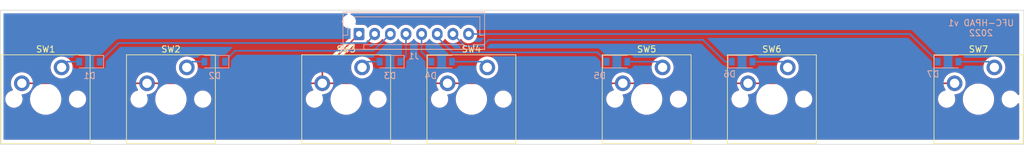
<source format=kicad_pcb>
(kicad_pcb (version 20211014) (generator pcbnew)
  (layers (0 "F.Cu" signal) (31 "B.Cu" signal) (34 "B.Paste" user) (35 "F.Paste" user) (36 "B.SilkS" user "B.Silkscreen") (37 "F.SilkS" user "F.Silkscreen") (38 "B.Mask" user) (39 "F.Mask" user) (44 "Edge.Cuts" user))
  (net 0 "")
  (net 1 "/ROW1")
  (net 2 "Net-(D1-Pad2)")
  (net 3 "/ROW2")
  (net 4 "Net-(D2-Pad2)")
  (net 5 "/ROW3")
  (net 6 "Net-(D3-Pad2)")
  (net 7 "/ROW4")
  (net 8 "Net-(D4-Pad2)")
  (net 9 "/ROW5")
  (net 10 "Net-(D5-Pad2)")
  (net 11 "/ROW6")
  (net 12 "Net-(D6-Pad2)")
  (net 13 "/ROW7")
  (net 14 "Net-(D7-Pad2)")
  (net 15 "/COL1")
  (footprint "Switch_Keyboard_Cherry_MX:SW_Cherry_MX_PCB" (layer "F.Cu") (at 249 80)
    (fp_text reference "SW7" (at 0 -8) (layer "F.SilkS"))
    (fp_text value "SW_Push")
    (fp_line (start 7.1 7.1) (end 7.1 -7.1) (layer "F.SilkS") (width 0.12))
    (fp_line (start 7.1 -7.1) (end -7.1 -7.1) (layer "F.SilkS") (width 0.12))
    (fp_line (start -7.1 -7.1) (end -7.1 7.1) (layer "F.SilkS") (width 0.12))
    (fp_line (start -7.1 7.1) (end 7.1 7.1) (layer "F.SilkS") (width 0.12))
    (pad "" np_thru_hole circle (at 0 0) (size 4 4) (drill 4) (layers *.Cu *.Mask))
    (pad "" np_thru_hole circle (at -5.08 0) (size 1.75 1.75) (drill 1.75) (layers *.Cu *.Mask))
    (pad "" np_thru_hole circle (at 5.08 0) (size 1.75 1.75) (drill 1.75) (layers *.Cu *.Mask))
    (pad "1" thru_hole circle (at -3.81 -2.54) (size 2.5 2.5) (drill 1.5) (layers *.Cu "B.Mask") (net 15 "/COL1"))
    (pad "2" thru_hole circle (at 2.54 -5.08) (size 2.5 2.5) (drill 1.5) (layers *.Cu "B.Mask") (net 14 "Net-(D7-Pad2)"))
  )
  (footprint "Switch_Keyboard_Cherry_MX:SW_Cherry_MX_PCB" (layer "F.Cu") (at 168 80)
    (fp_text reference "SW4" (at 0 -8) (layer "F.SilkS"))
    (fp_text value "SW_Push")
    (fp_line (start -7.1 7.1) (end 7.1 7.1) (layer "F.SilkS") (width 0.12))
    (fp_line (start -7.1 -7.1) (end -7.1 7.1) (layer "F.SilkS") (width 0.12))
    (fp_line (start 7.1 -7.1) (end -7.1 -7.1) (layer "F.SilkS") (width 0.12))
    (fp_line (start 7.1 7.1) (end 7.1 -7.1) (layer "F.SilkS") (width 0.12))
    (pad "" np_thru_hole circle (at 0 0) (size 4 4) (drill 4) (layers *.Cu *.Mask))
    (pad "" np_thru_hole circle (at 5.08 0) (size 1.75 1.75) (drill 1.75) (layers *.Cu *.Mask))
    (pad "" np_thru_hole circle (at -5.08 0) (size 1.75 1.75) (drill 1.75) (layers *.Cu *.Mask))
    (pad "1" thru_hole circle (at -3.81 -2.54) (size 2.5 2.5) (drill 1.5) (layers *.Cu "B.Mask") (net 15 "/COL1"))
    (pad "2" thru_hole circle (at 2.54 -5.08) (size 2.5 2.5) (drill 1.5) (layers *.Cu "B.Mask") (net 8 "Net-(D4-Pad2)"))
  )
  (footprint "Switch_Keyboard_Cherry_MX:SW_Cherry_MX_PCB" (layer "F.Cu") (at 196 80)
    (fp_text reference "SW5" (at 0 -8) (layer "F.SilkS"))
    (fp_text value "SW_Push")
    (fp_line (start 7.1 -7.1) (end -7.1 -7.1) (layer "F.SilkS") (width 0.12))
    (fp_line (start -7.1 7.1) (end 7.1 7.1) (layer "F.SilkS") (width 0.12))
    (fp_line (start -7.1 -7.1) (end -7.1 7.1) (layer "F.SilkS") (width 0.12))
    (fp_line (start 7.1 7.1) (end 7.1 -7.1) (layer "F.SilkS") (width 0.12))
    (pad "" np_thru_hole circle (at 0 0) (size 4 4) (drill 4) (layers *.Cu *.Mask))
    (pad "" np_thru_hole circle (at -5.08 0) (size 1.75 1.75) (drill 1.75) (layers *.Cu *.Mask))
    (pad "" np_thru_hole circle (at 5.08 0) (size 1.75 1.75) (drill 1.75) (layers *.Cu *.Mask))
    (pad "1" thru_hole circle (at -3.81 -2.54) (size 2.5 2.5) (drill 1.5) (layers *.Cu "B.Mask") (net 15 "/COL1"))
    (pad "2" thru_hole circle (at 2.54 -5.08) (size 2.5 2.5) (drill 1.5) (layers *.Cu "B.Mask") (net 10 "Net-(D5-Pad2)"))
  )
  (footprint "Switch_Keyboard_Cherry_MX:SW_Cherry_MX_PCB" (layer "F.Cu") (at 120 80)
    (fp_text reference "SW2" (at 0 -8) (layer "F.SilkS"))
    (fp_text value "SW_Push")
    (fp_line (start -7.1 -7.1) (end -7.1 7.1) (layer "F.SilkS") (width 0.12))
    (fp_line (start 7.1 7.1) (end 7.1 -7.1) (layer "F.SilkS") (width 0.12))
    (fp_line (start 7.1 -7.1) (end -7.1 -7.1) (layer "F.SilkS") (width 0.12))
    (fp_line (start -7.1 7.1) (end 7.1 7.1) (layer "F.SilkS") (width 0.12))
    (pad "" np_thru_hole circle (at -5.08 0) (size 1.75 1.75) (drill 1.75) (layers *.Cu *.Mask))
    (pad "" np_thru_hole circle (at 5.08 0) (size 1.75 1.75) (drill 1.75) (layers *.Cu *.Mask))
    (pad "" np_thru_hole circle (at 0 0) (size 4 4) (drill 4) (layers *.Cu *.Mask))
    (pad "1" thru_hole circle (at -3.81 -2.54) (size 2.5 2.5) (drill 1.5) (layers *.Cu "B.Mask") (net 15 "/COL1"))
    (pad "2" thru_hole circle (at 2.54 -5.08) (size 2.5 2.5) (drill 1.5) (layers *.Cu "B.Mask") (net 4 "Net-(D2-Pad2)"))
  )
  (footprint "Switch_Keyboard_Cherry_MX:SW_Cherry_MX_PCB" (layer "F.Cu") (at 216 80)
    (fp_text reference "SW6" (at 0 -8) (layer "F.SilkS"))
    (fp_text value "SW_Push")
    (fp_line (start 7.1 -7.1) (end -7.1 -7.1) (layer "F.SilkS") (width 0.12))
    (fp_line (start 7.1 7.1) (end 7.1 -7.1) (layer "F.SilkS") (width 0.12))
    (fp_line (start -7.1 7.1) (end 7.1 7.1) (layer "F.SilkS") (width 0.12))
    (fp_line (start -7.1 -7.1) (end -7.1 7.1) (layer "F.SilkS") (width 0.12))
    (pad "" np_thru_hole circle (at 0 0) (size 4 4) (drill 4) (layers *.Cu *.Mask))
    (pad "" np_thru_hole circle (at -5.08 0) (size 1.75 1.75) (drill 1.75) (layers *.Cu *.Mask))
    (pad "" np_thru_hole circle (at 5.08 0) (size 1.75 1.75) (drill 1.75) (layers *.Cu *.Mask))
    (pad "1" thru_hole circle (at -3.81 -2.54) (size 2.5 2.5) (drill 1.5) (layers *.Cu "B.Mask") (net 15 "/COL1"))
    (pad "2" thru_hole circle (at 2.54 -5.08) (size 2.5 2.5) (drill 1.5) (layers *.Cu "B.Mask") (net 12 "Net-(D6-Pad2)"))
  )
  (footprint "Switch_Keyboard_Cherry_MX:SW_Cherry_MX_PCB" (layer "F.Cu") (at 148 80)
    (fp_text reference "SW3" (at 0 -8) (layer "F.SilkS"))
    (fp_text value "SW_Push")
    (fp_line (start 7.1 -7.1) (end -7.1 -7.1) (layer "F.SilkS") (width 0.12))
    (fp_line (start 7.1 7.1) (end 7.1 -7.1) (layer "F.SilkS") (width 0.12))
    (fp_line (start -7.1 7.1) (end 7.1 7.1) (layer "F.SilkS") (width 0.12))
    (fp_line (start -7.1 -7.1) (end -7.1 7.1) (layer "F.SilkS") (width 0.12))
    (pad "" np_thru_hole circle (at 5.08 0) (size 1.75 1.75) (drill 1.75) (layers *.Cu *.Mask))
    (pad "" np_thru_hole circle (at 0 0) (size 4 4) (drill 4) (layers *.Cu *.Mask))
    (pad "" np_thru_hole circle (at -5.08 0) (size 1.75 1.75) (drill 1.75) (layers *.Cu *.Mask))
    (pad "1" thru_hole circle (at -3.81 -2.54) (size 2.5 2.5) (drill 1.5) (layers *.Cu "B.Mask") (net 15 "/COL1"))
    (pad "2" thru_hole circle (at 2.54 -5.08) (size 2.5 2.5) (drill 1.5) (layers *.Cu "B.Mask") (net 6 "Net-(D3-Pad2)"))
  )
  (footprint "Switch_Keyboard_Cherry_MX:SW_Cherry_MX_PCB" (layer "F.Cu") (at 100 80)
    (fp_text reference "SW1" (at 0 -8) (layer "F.SilkS"))
    (fp_text value "SW_Push")
    (fp_line (start 7.1 -7.1) (end -7.1 -7.1) (layer "F.SilkS") (width 0.12))
    (fp_line (start 7.1 7.1) (end 7.1 -7.1) (layer "F.SilkS") (width 0.12))
    (fp_line (start -7.1 7.1) (end 7.1 7.1) (layer "F.SilkS") (width 0.12))
    (fp_line (start -7.1 -7.1) (end -7.1 7.1) (layer "F.SilkS") (width 0.12))
    (pad "" np_thru_hole circle (at 5.08 0) (size 1.75 1.75) (drill 1.75) (layers *.Cu *.Mask))
    (pad "" np_thru_hole circle (at -5.08 0) (size 1.75 1.75) (drill 1.75) (layers *.Cu *.Mask))
    (pad "" np_thru_hole circle (at 0 0) (size 4 4) (drill 4) (layers *.Cu *.Mask))
    (pad "1" thru_hole circle (at -3.81 -2.54) (size 2.5 2.5) (drill 1.5) (layers *.Cu "B.Mask") (net 15 "/COL1"))
    (pad "2" thru_hole circle (at 2.54 -5.08) (size 2.5 2.5) (drill 1.5) (layers *.Cu "B.Mask") (net 2 "Net-(D1-Pad2)"))
  )
  (footprint "Diode_SMD:D_SOD-123" (layer "B.Cu") (at 107 74 180)
    (fp_text reference "D1" (at 0 -2.25) (layer "B.SilkS") (effects (justify mirror)))
    (fp_text value "1N4148W")
    (fp_line (start -2.25 1) (end -2.25 -1) (layer "B.SilkS") (width 0.12))
    (fp_line (start -2.25 -1) (end 1.65 -1) (layer "B.SilkS") (width 0.12))
    (fp_line (start -2.25 1) (end 1.65 1) (layer "B.SilkS") (width 0.12))
    (pad "1" smd rect (at -1.65 0 180) (size 0.9 1.2) (layers "B.Cu" "B.Paste" "B.Mask") (net 1 "/ROW1"))
    (pad "2" smd rect (at 1.65 0 180) (size 0.9 1.2) (layers "B.Cu" "B.Paste" "B.Mask") (net 2 "Net-(D1-Pad2)"))
  )
  (footprint "Connector_JST:JST_XH_B8B-XH-AM_1x08_P2.50mm_Vertical" (layer "B.Cu") (at 150.0508 69.5622)
    (fp_text reference "J1" (at 8.75 3.55) (layer "B.SilkS") (effects (justify mirror)))
    (fp_text value "Conn_01x08_Male")
    (fp_line (start 19.3 0.2) (end 19.3 -2.75) (layer "B.SilkS") (width 0.12))
    (fp_line (start 0.75 1.7) (end 16.75 1.7) (layer "B.SilkS") (width 0.12))
    (fp_line (start -1.8 0.2) (end -1.8 -1.14) (layer "B.SilkS") (width 0.12))
    (fp_line (start 8.75 -2.75) (end -0.74 -2.75) (layer "B.SilkS") (width 0.12))
    (fp_line (start -1.6 2.75) (end -2.85 2.75) (layer "B.SilkS") (width 0.12))
    (fp_line (start 20.05 2.45) (end 18.25 2.45) (layer "B.SilkS") (width 0.12))
    (fp_line (start 20.06 -3.51) (end 20.06 2.46) (layer "B.SilkS") (width 0.12))
    (fp_line (start 16.75 1.7) (end 16.75 2.45) (layer "B.SilkS") (width 0.12))
    (fp_line (start 20.06 2.46) (end -2.56 2.46) (layer "B.SilkS") (width 0.12))
    (fp_line (start -2.55 1.7) (end -0.75 1.7) (layer "B.SilkS") (width 0.12))
    (fp_line (start 0.75 2.45) (end 0.75 1.7) (layer "B.SilkS") (width 0.12))
    (fp_line (start 18.25 2.45) (end 18.25 1.7) (layer "B.SilkS") (width 0.12))
    (fp_line (start -0.75 2.45) (end -2.55 2.45) (layer "B.SilkS") (width 0.12))
    (fp_line (start 19.3 -2.75) (end 8.75 -2.75) (layer "B.SilkS") (width 0.12))
    (fp_line (start -2.56 2.46) (end -2.56 -3.51) (layer "B.SilkS") (width 0.12))
    (fp_line (start -2.85 2.75) (end -2.85 1.5) (layer "B.SilkS") (width 0.12))
    (fp_line (start -0.75 1.7) (end -0.75 2.45) (layer "B.SilkS") (width 0.12))
    (fp_line (start 20.05 0.2) (end 19.3 0.2) (layer "B.SilkS") (width 0.12))
    (fp_line (start 18.25 1.7) (end 20.05 1.7) (layer "B.SilkS") (width 0.12))
    (fp_line (start -2.55 0.2) (end -1.8 0.2) (layer "B.SilkS") (width 0.12))
    (fp_line (start -2.55 2.45) (end -2.55 1.7) (layer "B.SilkS") (width 0.12))
    (fp_line (start 20.05 1.7) (end 20.05 2.45) (layer "B.SilkS") (width 0.12))
    (fp_line (start 16.75 2.45) (end 0.75 2.45) (layer "B.SilkS") (width 0.12))
    (fp_line (start -2.56 -3.51) (end 20.06 -3.51) (layer "B.SilkS") (width 0.12))
    (pad "" np_thru_hole circle (at -1.6 -2) (size 1.2 1.2) (drill 1.2) (layers *.Cu *.Mask))
    (pad "1" thru_hole roundrect (at 0 0) (size 1.7 1.95) (drill 0.95) (layers *.Cu *.Mask) (roundrect_rratio 0.1470588235) (net 15 "/COL1"))
    (pad "2" thru_hole oval (at 2.5 0) (size 1.7 1.95) (drill 0.95) (layers *.Cu *.Mask) (net 1 "/ROW1"))
    (pad "3" thru_hole oval (at 5 0) (size 1.7 1.95) (drill 0.95) (layers *.Cu *.Mask) (net 3 "/ROW2"))
    (pad "4" thru_hole oval (at 7.5 0) (size 1.7 1.95) (drill 0.95) (layers *.Cu *.Mask) (net 5 "/ROW3"))
    (pad "5" thru_hole oval (at 10 0) (size 1.7 1.95) (drill 0.95) (layers *.Cu *.Mask) (net 7 "/ROW4"))
    (pad "6" thru_hole oval (at 12.5 0) (size 1.7 1.95) (drill 0.95) (layers *.Cu *.Mask) (net 9 "/ROW5"))
    (pad "7" thru_hole oval (at 15 0) (size 1.7 1.95) (drill 0.95) (layers *.Cu *.Mask) (net 11 "/ROW6"))
    (pad "8" thru_hole oval (at 17.5 0) (size 1.7 1.95) (drill 0.95) (layers *.Cu *.Mask) (net 13 "/ROW7"))
  )
  (footprint "Diode_SMD:D_SOD-123" (layer "B.Cu") (at 211.25 74)
    (fp_text reference "D6" (at -2 2) (layer "B.SilkS") (effects (justify mirror)))
    (fp_text value "1N4148W")
    (fp_line (start -2.25 -1) (end 1.65 -1) (layer "B.SilkS") (width 0.12))
    (fp_line (start -2.25 1) (end 1.65 1) (layer "B.SilkS") (width 0.12))
    (fp_line (start -2.25 1) (end -2.25 -1) (layer "B.SilkS") (width 0.12))
    (pad "1" smd rect (at -1.65 0) (size 0.9 1.2) (layers "B.Cu" "B.Paste" "B.Mask") (net 11 "/ROW6"))
    (pad "2" smd rect (at 1.65 0) (size 0.9 1.2) (layers "B.Cu" "B.Paste" "B.Mask") (net 12 "Net-(D6-Pad2)"))
  )
  (footprint "Diode_SMD:D_SOD-123" (layer "B.Cu") (at 127 74 180)
    (fp_text reference "D2" (at 0 -2.25) (layer "B.SilkS") (effects (justify mirror)))
    (fp_text value "1N4148W")
    (fp_line (start -2.25 1) (end -2.25 -1) (layer "B.SilkS") (width 0.12))
    (fp_line (start -2.25 -1) (end 1.65 -1) (layer "B.SilkS") (width 0.12))
    (fp_line (start -2.25 1) (end 1.65 1) (layer "B.SilkS") (width 0.12))
    (pad "1" smd rect (at -1.65 0 180) (size 0.9 1.2) (layers "B.Cu" "B.Paste" "B.Mask") (net 3 "/ROW2"))
    (pad "2" smd rect (at 1.65 0 180) (size 0.9 1.2) (layers "B.Cu" "B.Paste" "B.Mask") (net 4 "Net-(D2-Pad2)"))
  )
  (footprint "Diode_SMD:D_SOD-123" (layer "B.Cu") (at 244.15 74)
    (fp_text reference "D7" (at -2.4 2) (layer "B.SilkS") (effects (justify mirror)))
    (fp_text value "1N4148W")
    (fp_line (start -2.25 1) (end 1.65 1) (layer "B.SilkS") (width 0.12))
    (fp_line (start -2.25 -1) (end 1.65 -1) (layer "B.SilkS") (width 0.12))
    (fp_line (start -2.25 1) (end -2.25 -1) (layer "B.SilkS") (width 0.12))
    (pad "1" smd rect (at -1.65 0) (size 0.9 1.2) (layers "B.Cu" "B.Paste" "B.Mask") (net 13 "/ROW7"))
    (pad "2" smd rect (at 1.65 0) (size 0.9 1.2) (layers "B.Cu" "B.Paste" "B.Mask") (net 14 "Net-(D7-Pad2)"))
  )
  (footprint "Diode_SMD:D_SOD-123" (layer "B.Cu") (at 191.25 74)
    (fp_text reference "D5" (at -2.75 2.25) (layer "B.SilkS") (effects (justify mirror)))
    (fp_text value "1N4148W")
    (fp_line (start -2.25 1) (end 1.65 1) (layer "B.SilkS") (width 0.12))
    (fp_line (start -2.25 -1) (end 1.65 -1) (layer "B.SilkS") (width 0.12))
    (fp_line (start -2.25 1) (end -2.25 -1) (layer "B.SilkS") (width 0.12))
    (pad "1" smd rect (at -1.65 0) (size 0.9 1.2) (layers "B.Cu" "B.Paste" "B.Mask") (net 9 "/ROW5"))
    (pad "2" smd rect (at 1.65 0) (size 0.9 1.2) (layers "B.Cu" "B.Paste" "B.Mask") (net 10 "Net-(D5-Pad2)"))
  )
  (footprint "Diode_SMD:D_SOD-123" (layer "B.Cu") (at 155 74 180)
    (fp_text reference "D3" (at 0 -2.25) (layer "B.SilkS") (effects (justify mirror)))
    (fp_text value "1N4148W")
    (fp_line (start -2.25 1) (end -2.25 -1) (layer "B.SilkS") (width 0.12))
    (fp_line (start -2.25 -1) (end 1.65 -1) (layer "B.SilkS") (width 0.12))
    (fp_line (start -2.25 1) (end 1.65 1) (layer "B.SilkS") (width 0.12))
    (pad "1" smd rect (at -1.65 0 180) (size 0.9 1.2) (layers "B.Cu" "B.Paste" "B.Mask") (net 5 "/ROW3"))
    (pad "2" smd rect (at 1.65 0 180) (size 0.9 1.2) (layers "B.Cu" "B.Paste" "B.Mask") (net 6 "Net-(D3-Pad2)"))
  )
  (footprint "Diode_SMD:D_SOD-123" (layer "B.Cu") (at 163.25 74)
    (fp_text reference "D4" (at -1.75 2.25) (layer "B.SilkS") (effects (justify mirror)))
    (fp_text value "1N4148W")
    (fp_line (start -2.25 1) (end -2.25 -1) (layer "B.SilkS") (width 0.12))
    (fp_line (start -2.25 1) (end 1.65 1) (layer "B.SilkS") (width 0.12))
    (fp_line (start -2.25 -1) (end 1.65 -1) (layer "B.SilkS") (width 0.12))
    (pad "1" smd rect (at -1.65 0) (size 0.9 1.2) (layers "B.Cu" "B.Paste" "B.Mask") (net 7 "/ROW4"))
    (pad "2" smd rect (at 1.65 0) (size 0.9 1.2) (layers "B.Cu" "B.Paste" "B.Mask") (net 8 "Net-(D4-Pad2)"))
  )
  (gr_rect (start 92.75 87.25) (end 256.25 65.75) (layer "Edge.Cuts") (width 0.1) (fill none))
  (gr_text "UFC-HPAD v1\n2022" (at 249.4 68.6) (layer "B.SilkS") (effects (font (size 1 1)) (justify mirror)))
  (segment (start 111.65 71) (end 108.65 74) (width 0.25) (layer "B.Cu") (net 1))
  (segment (start 151.25 71) (end 111.65 71) (width 0.25) (layer "B.Cu") (net 1))
  (segment (start 152.5508 69.6992) (end 151.25 71) (width 0.25) (layer "B.Cu") (net 1))
  (segment (start 152.5508 69.5622) (end 152.5508 69.6992) (width 0.25) (layer "B.Cu") (net 1))
  (segment (start 105.35 74) (end 103.46 74) (width 0.25) (layer "B.Cu") (net 2))
  (segment (start 103.46 74) (end 102.54 74.92) (width 0.25) (layer "B.Cu") (net 2))
  (segment (start 128.65 74) (end 128.65 73.85) (width 0.25) (layer "B.Cu") (net 3))
  (segment (start 130.25 72.25) (end 152.363 72.25) (width 0.25) (layer "B.Cu") (net 3))
  (segment (start 152.363 72.25) (end 155.0508 69.5622) (width 0.25) (layer "B.Cu") (net 3))
  (segment (start 128.65 73.85) (end 130.25 72.25) (width 0.25) (layer "B.Cu") (net 3))
  (segment (start 123.46 74) (end 122.54 74.92) (width 0.25) (layer "B.Cu") (net 4))
  (segment (start 125.35 74) (end 123.46 74) (width 0.25) (layer "B.Cu") (net 4))
  (segment (start 157.5508 73.0992) (end 156.65 74) (width 0.25) (layer "B.Cu") (net 5))
  (segment (start 157.5508 69.5622) (end 157.5508 73.0992) (width 0.25) (layer "B.Cu") (net 5))
  (segment (start 151.46 74) (end 150.54 74.92) (width 0.25) (layer "B.Cu") (net 6))
  (segment (start 153.35 74) (end 151.46 74) (width 0.25) (layer "B.Cu") (net 6))
  (segment (start 160.0508 69.5622) (end 160.0508 72.4508) (width 0.25) (layer "B.Cu") (net 7))
  (segment (start 160.0508 72.4508) (end 161.6 74) (width 0.25) (layer "B.Cu") (net 7))
  (segment (start 164.9 74) (end 169.62 74) (width 0.25) (layer "B.Cu") (net 8))
  (segment (start 169.62 74) (end 170.54 74.92) (width 0.25) (layer "B.Cu") (net 8))
  (segment (start 162.5508 69.5622) (end 162.5508 70.0508) (width 0.25) (layer "B.Cu") (net 9))
  (segment (start 165 72.5) (end 188.1 72.5) (width 0.25) (layer "B.Cu") (net 9))
  (segment (start 188.1 72.5) (end 189.6 74) (width 0.25) (layer "B.Cu") (net 9))
  (segment (start 162.5508 70.0508) (end 165 72.5) (width 0.25) (layer "B.Cu") (net 9))
  (segment (start 197.62 74) (end 198.54 74.92) (width 0.25) (layer "B.Cu") (net 10))
  (segment (start 192.9 74) (end 197.62 74) (width 0.25) (layer "B.Cu") (net 10))
  (segment (start 169.75 71.5) (end 166.9886 71.5) (width 0.25) (layer "B.Cu") (net 11))
  (segment (start 208.5 74) (end 205 70.5) (width 0.25) (layer "B.Cu") (net 11))
  (segment (start 170.75 70.5) (end 169.75 71.5) (width 0.25) (layer "B.Cu") (net 11))
  (segment (start 205 70.5) (end 170.75 70.5) (width 0.25) (layer "B.Cu") (net 11))
  (segment (start 166.9886 71.5) (end 165.0508 69.5622) (width 0.25) (layer "B.Cu") (net 11))
  (segment (start 209.6 74) (end 208.5 74) (width 0.25) (layer "B.Cu") (net 11))
  (segment (start 212.9 74) (end 217.62 74) (width 0.25) (layer "B.Cu") (net 12))
  (segment (start 217.62 74) (end 218.54 74.92) (width 0.25) (layer "B.Cu") (net 12))
  (segment (start 167.5508 69.5622) (end 238.0622 69.5622) (width 0.25) (layer "B.Cu") (net 13))
  (segment (start 238.0622 69.5622) (end 242.5 74) (width 0.25) (layer "B.Cu") (net 13))
  (segment (start 245.8 74) (end 250.62 74) (width 0.25) (layer "B.Cu") (net 14))
  (segment (start 250.62 74) (end 251.54 74.92) (width 0.25) (layer "B.Cu") (net 14))
  (segment (start 212.19 77.46) (end 192.19 77.46) (width 0.25) (layer "F.Cu") (net 15))
  (segment (start 192.19 77.46) (end 164.19 77.46) (width 0.25) (layer "F.Cu") (net 15))
  (segment (start 144.19 77.46) (end 116.19 77.46) (width 0.25) (layer "F.Cu") (net 15))
  (segment (start 164.19 77.46) (end 144.19 77.46) (width 0.25) (layer "F.Cu") (net 15))
  (segment (start 144.19 77.46) (end 144.19 75.423) (width 0.25) (layer "F.Cu") (net 15))
  (segment (start 144.19 75.423) (end 150.0508 69.5622) (width 0.25) (layer "F.Cu") (net 15))
  (segment (start 116.19 77.46) (end 96.19 77.46) (width 0.25) (layer "F.Cu") (net 15))
  (segment (start 245.19 77.46) (end 212.19 77.46) (width 0.25) (layer "F.Cu") (net 15))
  (zone (net 0) (net_name "") (layers F&B.Cu) (connect_pads (clearance 0.508)) (min_thickness 0.254) (fill yes (thermal_gap 0.508) (thermal_bridge_width 0.508))
    (polygon (pts (xy 255.5 86.5) (xy 93.25 86.5) (xy 93.25 66.25) (xy 255.5 66.25)))
  )
)
</source>
